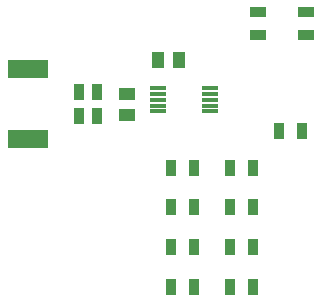
<source format=gtp>
G04*
G04 #@! TF.GenerationSoftware,Altium Limited,Altium Designer,20.1.7 (139)*
G04*
G04 Layer_Color=8421504*
%FSAX25Y25*%
%MOIN*%
G70*
G04*
G04 #@! TF.SameCoordinates,E0FEAD2B-5758-45BC-B138-3864F7F5ABB7*
G04*
G04*
G04 #@! TF.FilePolarity,Positive*
G04*
G01*
G75*
%ADD13R,0.03622X0.05433*%
%ADD14R,0.05433X0.03622*%
%ADD15R,0.03740X0.05315*%
%ADD16R,0.05709X0.01181*%
%ADD17R,0.13465X0.06457*%
%ADD18R,0.04252X0.05591*%
%ADD19R,0.05591X0.04252*%
D13*
X0123240Y0074000D02*
D03*
X0130760D02*
D03*
X0106991Y0048661D02*
D03*
X0114510D02*
D03*
X0106991Y0061883D02*
D03*
X0114510D02*
D03*
X0106991Y0022217D02*
D03*
X0114510D02*
D03*
X0106991Y0035439D02*
D03*
X0114510D02*
D03*
X0094710D02*
D03*
X0087191D02*
D03*
X0094710Y0061883D02*
D03*
X0087191D02*
D03*
X0094710Y0048661D02*
D03*
X0087191D02*
D03*
X0094710Y0022217D02*
D03*
X0087191D02*
D03*
D14*
X0132000Y0113760D02*
D03*
Y0106240D02*
D03*
X0116000Y0113760D02*
D03*
Y0106240D02*
D03*
D15*
X0056379Y0079050D02*
D03*
X0062481D02*
D03*
X0056379Y0087050D02*
D03*
X0062481D02*
D03*
D16*
X0100143Y0080613D02*
D03*
Y0082581D02*
D03*
Y0084550D02*
D03*
Y0086518D02*
D03*
Y0088487D02*
D03*
X0082820D02*
D03*
Y0086518D02*
D03*
Y0084550D02*
D03*
Y0082581D02*
D03*
Y0080613D02*
D03*
D17*
X0039450Y0071495D02*
D03*
Y0094605D02*
D03*
D18*
X0089867Y0097650D02*
D03*
X0082820D02*
D03*
D19*
X0072482Y0086550D02*
D03*
Y0079502D02*
D03*
M02*

</source>
